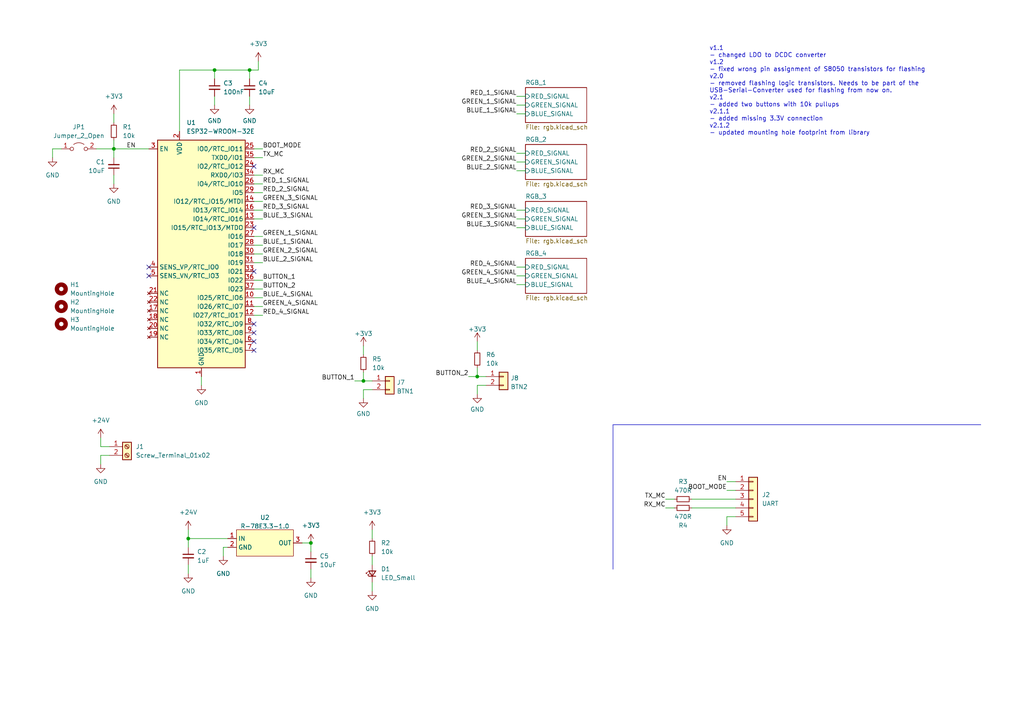
<source format=kicad_sch>
(kicad_sch (version 20230121) (generator eeschema)
  (paper "A4")
  (lib_symbols
    (symbol "Connector:Screw_Terminal_01x02" (pin_names (offset 1.016) hide)
      (property "Reference" "J" (at 0 2.54 0))
      (property "Value" "Screw_Terminal_01x02" (at 0 -5.08 0))
      (symbol "Screw_Terminal_01x02_1_1"
        (rectangle (start -1.27 1.27) (end 1.27 -3.81) (stroke (width 0.254)) (fill (type background)))
        (circle (center 0 -2.54) (radius 0.635) (stroke (width 0.1524)))
        (polyline (pts (xy -0.5334 -2.2098) (xy 0.3302 -3.048)) (stroke (width 0.1524)))
        (polyline (pts (xy -0.5334 0.3302) (xy 0.3302 -0.508)) (stroke (width 0.1524)))
        (polyline (pts (xy -0.3556 -2.032) (xy 0.508 -2.8702)) (stroke (width 0.1524)))
        (polyline (pts (xy -0.3556 0.508) (xy 0.508 -0.3302)) (stroke (width 0.1524)))
        (circle (center 0 0) (radius 0.635) (stroke (width 0.1524)))
        (pin passive line (at -5.08 0 0) (length 3.81) (name "Pin_1") (number "1"))
        (pin passive line (at -5.08 -2.54 0) (length 3.81) (name "Pin_2") (number "2"))
      )
    )
    (symbol "Connector_Generic:Conn_01x02" (pin_names (offset 1.016) hide)
      (property "Reference" "J" (at 0 2.54 0))
      (property "Value" "Conn_01x02" (at 0 -5.08 0))
      (symbol "Conn_01x02_1_1"
        (rectangle (start -1.27 -2.413) (end 0 -2.667) (stroke (width 0.1524)))
        (rectangle (start -1.27 0.127) (end 0 -0.127) (stroke (width 0.1524)))
        (rectangle (start -1.27 1.27) (end 1.27 -3.81) (stroke (width 0.254)) (fill (type background)))
        (pin passive line (at -5.08 0 0) (length 3.81) (name "Pin_1") (number "1"))
        (pin passive line (at -5.08 -2.54 0) (length 3.81) (name "Pin_2") (number "2"))
      )
    )
    (symbol "Connector_Generic:Conn_01x05" (pin_names (offset 1.016) hide)
      (property "Reference" "J" (at 0 7.62 0))
      (property "Value" "Conn_01x05" (at 0 -7.62 0))
      (symbol "Conn_01x05_1_1"
        (rectangle (start -1.27 -4.953) (end 0 -5.207) (stroke (width 0.1524)))
        (rectangle (start -1.27 -2.413) (end 0 -2.667) (stroke (width 0.1524)))
        (rectangle (start -1.27 0.127) (end 0 -0.127) (stroke (width 0.1524)))
        (rectangle (start -1.27 2.667) (end 0 2.413) (stroke (width 0.1524)))
        (rectangle (start -1.27 5.207) (end 0 4.953) (stroke (width 0.1524)))
        (rectangle (start -1.27 6.35) (end 1.27 -6.35) (stroke (width 0.254)) (fill (type background)))
        (pin passive line (at -5.08 5.08 0) (length 3.81) (name "Pin_1") (number "1"))
        (pin passive line (at -5.08 2.54 0) (length 3.81) (name "Pin_2") (number "2"))
        (pin passive line (at -5.08 0 0) (length 3.81) (name "Pin_3") (number "3"))
        (pin passive line (at -5.08 -2.54 0) (length 3.81) (name "Pin_4") (number "4"))
        (pin passive line (at -5.08 -5.08 0) (length 3.81) (name "Pin_5") (number "5"))
      )
    )
    (symbol "Device:C_Small" (pin_numbers hide) (pin_names (offset 0.254) hide)
      (property "Reference" "C" (at 0.254 1.778 0))
      (property "Value" "C_Small" (at 0.254 -2.032 0))
      (symbol "C_Small_0_1"
        (polyline (pts (xy -1.524 -0.508) (xy 1.524 -0.508)) (stroke (width 0.3302)))
        (polyline (pts (xy -1.524 0.508) (xy 1.524 0.508)) (stroke (width 0.3048)))
      )
      (symbol "C_Small_1_1"
        (pin passive line (at 0 2.54 270) (length 2.032) (name "~") (number "1"))
        (pin passive line (at 0 -2.54 90) (length 2.032) (name "~") (number "2"))
      )
    )
    (symbol "Device:LED_Small" (pin_numbers hide) (pin_names (offset 0.254) hide)
      (property "Reference" "D" (at -1.27 3.175 0))
      (property "Value" "LED_Small" (at -4.445 -2.54 0))
      (symbol "LED_Small_0_1"
        (polyline (pts (xy -0.762 -1.016) (xy -0.762 1.016)) (stroke (width 0.254)))
        (polyline (pts (xy 1.016 0) (xy -0.762 0)))
        (polyline (pts (xy 0.762 -1.016) (xy -0.762 0) (xy 0.762 1.016) (xy 0.762 -1.016)) (stroke (width 0.254)))
        (polyline (pts (xy 0 0.762) (xy -0.508 1.27) (xy -0.254 1.27) (xy -0.508 1.27) (xy -0.508 1.016)))
        (polyline (pts (xy 0.508 1.27) (xy 0 1.778) (xy 0.254 1.778) (xy 0 1.778) (xy 0 1.524)))
      )
      (symbol "LED_Small_1_1"
        (pin passive line (at -2.54 0 0) (length 1.778) (name "K") (number "1"))
        (pin passive line (at 2.54 0 180) (length 1.778) (name "A") (number "2"))
      )
    )
    (symbol "Device:R_Small" (pin_numbers hide) (pin_names (offset 0.254) hide)
      (property "Reference" "R" (at 0.762 0.508 0))
      (property "Value" "R_Small" (at 0.762 -1.016 0))
      (symbol "R_Small_0_1"
        (rectangle (start -0.762 1.778) (end 0.762 -1.778) (stroke (width 0.2032)))
      )
      (symbol "R_Small_1_1"
        (pin passive line (at 0 2.54 270) (length 0.762) (name "~") (number "1"))
        (pin passive line (at 0 -2.54 90) (length 0.762) (name "~") (number "2"))
      )
    )
    (symbol "Jumper:Jumper_2_Open" (pin_names (offset 0) hide)
      (property "Reference" "JP" (at 0 2.794 0))
      (property "Value" "Jumper_2_Open" (at 0 -2.286 0))
      (symbol "Jumper_2_Open_0_0"
        (circle (center -2.032 0) (radius 0.508))
        (circle (center 2.032 0) (radius 0.508))
      )
      (symbol "Jumper_2_Open_0_1"
        (arc (start 1.524 1.27) (mid 0 1.778) (end -1.524 1.27))
      )
      (symbol "Jumper_2_Open_1_1"
        (pin passive line (at -5.08 0 0) (length 2.54) (name "A") (number "1"))
        (pin passive line (at 5.08 0 180) (length 2.54) (name "B") (number "2"))
      )
    )
    (symbol "Mechanical:MountingHole" (pin_names (offset 1.016))
      (property "Reference" "H" (at 0 5.08 0))
      (property "Value" "MountingHole" (at 0 3.175 0))
      (symbol "MountingHole_0_1"
        (circle (center 0 0) (radius 1.27) (stroke (width 1.27)))
      )
    )
    (symbol "custom:ESP32-WROOM-32E"
      (property "Reference" "U" (at -12.7 34.29 0))
      (property "Value" "ESP32-WROOM-32E" (at 1.27 34.29 0))
      (symbol "ESP32-WROOM-32E_0_1"
        (rectangle (start -12.7 33.02) (end 12.7 -33.02) (stroke (width 0.254)) (fill (type background)))
      )
      (symbol "ESP32-WROOM-32E_1_1"
        (pin power_in line (at 0 -35.56 90) (length 2.54) (name "GND") (number "1"))
        (pin bidirectional line (at 15.24 -12.7 180) (length 2.54) (name "IO25/RTC_IO6") (number "10"))
        (pin bidirectional line (at 15.24 -15.24 180) (length 2.54) (name "IO26/RTC_IO7") (number "11"))
        (pin bidirectional line (at 15.24 -17.78 180) (length 2.54) (name "IO27/RTC_IO17") (number "12"))
        (pin bidirectional line (at 15.24 10.16 180) (length 2.54) (name "IO14/RTC_IO16") (number "13"))
        (pin bidirectional line (at 15.24 15.24 180) (length 2.54) (name "IO12/RTC_IO15/MTDI") (number "14"))
        (pin passive line (at 0 -35.56 90) (length 2.54) hide (name "GND") (number "15"))
        (pin bidirectional line (at 15.24 12.7 180) (length 2.54) (name "IO13/RTC_IO14") (number "16"))
        (pin no_connect line (at -15.24 -16.51 0) (length 2.54) (name "NC") (number "17"))
        (pin no_connect line (at -15.24 -19.05 0) (length 2.54) (name "NC") (number "18"))
        (pin no_connect line (at -15.24 -24.13 0) (length 2.54) (name "NC") (number "19"))
        (pin power_in line (at -6.35 35.56 270) (length 2.54) (name "VDD") (number "2"))
        (pin no_connect line (at -15.24 -21.59 0) (length 2.54) (name "NC") (number "20"))
        (pin no_connect line (at -15.24 -11.43 0) (length 2.54) (name "NC") (number "21"))
        (pin no_connect line (at -15.24 -13.97 0) (length 2.54) (name "NC") (number "22"))
        (pin bidirectional line (at 15.24 7.62 180) (length 2.54) (name "IO15/RTC_IO13/MTDO") (number "23"))
        (pin bidirectional line (at 15.24 25.4 180) (length 2.54) (name "IO2/RTC_IO12") (number "24"))
        (pin bidirectional line (at 15.24 30.48 180) (length 2.54) (name "IO0/RTC_IO11") (number "25"))
        (pin bidirectional line (at 15.24 20.32 180) (length 2.54) (name "IO4/RTC_IO10") (number "26"))
        (pin bidirectional line (at 15.24 5.08 180) (length 2.54) (name "IO16") (number "27"))
        (pin bidirectional line (at 15.24 2.54 180) (length 2.54) (name "IO17") (number "28"))
        (pin bidirectional line (at 15.24 17.78 180) (length 2.54) (name "IO5") (number "29"))
        (pin input line (at -15.24 30.48 0) (length 2.54) (name "EN") (number "3"))
        (pin bidirectional line (at 15.24 0 180) (length 2.54) (name "IO18") (number "30"))
        (pin bidirectional line (at 15.24 -2.54 180) (length 2.54) (name "IO19") (number "31"))
        (pin no_connect line (at -12.7 -27.94 0) (length 2.54) hide (name "NC") (number "32"))
        (pin bidirectional line (at 15.24 -5.08 180) (length 2.54) (name "IO21") (number "33"))
        (pin bidirectional line (at 15.24 22.86 180) (length 2.54) (name "RXD0/IO3") (number "34"))
        (pin bidirectional line (at 15.24 27.94 180) (length 2.54) (name "TXD0/IO1") (number "35"))
        (pin bidirectional line (at 15.24 -7.62 180) (length 2.54) (name "IO22") (number "36"))
        (pin bidirectional line (at 15.24 -10.16 180) (length 2.54) (name "IO23") (number "37"))
        (pin passive line (at 0 -35.56 90) (length 2.54) hide (name "GND") (number "38"))
        (pin passive line (at 0 -35.56 90) (length 2.54) hide (name "GND") (number "39"))
        (pin input line (at -15.24 -3.81 0) (length 2.54) (name "SENS_VP/RTC_IO0") (number "4"))
        (pin input line (at -15.24 -6.35 0) (length 2.54) (name "SENS_VN/RTC_IO3") (number "5"))
        (pin input line (at 15.24 -25.4 180) (length 2.54) (name "IO34/RTC_IO4") (number "6"))
        (pin input line (at 15.24 -27.94 180) (length 2.54) (name "IO35/RTC_IO5") (number "7"))
        (pin bidirectional line (at 15.24 -20.32 180) (length 2.54) (name "IO32/RTC_IO9") (number "8"))
        (pin bidirectional line (at 15.24 -22.86 180) (length 2.54) (name "IO33/RTC_IO8") (number "9"))
      )
    )
    (symbol "custom:TPS7B88"
      (property "Reference" "U" (at -7.62 2.54 0))
      (property "Value" "TPS7B88" (at -3.81 -6.35 0))
      (symbol "TPS7B88_0_1"
        (rectangle (start -8.89 2.54) (end 7.62 -5.08) (fill (type background)))
      )
      (symbol "TPS7B88_1_1"
        (pin input line (at -11.43 0 0) (length 2.54) (name "IN") (number "1"))
        (pin input line (at -11.43 -2.54 0) (length 2.54) (name "GND") (number "2"))
        (pin output line (at 10.16 -1.27 180) (length 2.54) (name "OUT") (number "3"))
      )
    )
    (symbol "power:+24V" (power) (pin_names (offset 0))
      (property "Value" "+24V" (at 0 3.556 0))
      (symbol "+24V_0_1"
        (polyline (pts (xy -0.762 1.27) (xy 0 2.54)))
        (polyline (pts (xy 0 0) (xy 0 2.54)))
        (polyline (pts (xy 0 2.54) (xy 0.762 1.27)))
      )
      (symbol "+24V_1_1"
        (pin power_in line (at 0 0 90) (length 0) hide (name "+24V") (number "1"))
      )
    )
    (symbol "power:+3V3" (power) (pin_names (offset 0))
      (property "Value" "+3V3" (at 0 3.556 0))
      (symbol "+3V3_0_1"
        (polyline (pts (xy -0.762 1.27) (xy 0 2.54)))
        (polyline (pts (xy 0 0) (xy 0 2.54)))
        (polyline (pts (xy 0 2.54) (xy 0.762 1.27)))
      )
      (symbol "+3V3_1_1"
        (pin power_in line (at 0 0 90) (length 0) hide (name "+3V3") (number "1"))
      )
    )
    (symbol "power:GND" (power) (pin_names (offset 0))
      (property "Value" "GND" (at 0 -3.81 0))
      (symbol "GND_0_1"
        (polyline (pts (xy 0 0) (xy 0 -1.27) (xy 1.27 -1.27) (xy 0 -2.54) (xy -1.27 -1.27) (xy 0 -1.27)))
      )
      (symbol "GND_1_1"
        (pin power_in line (at 0 0 270) (length 0) hide (name "GND") (number "1"))
      )
    )
  )
  (junction (at 72.39 20.32))
  (junction (at 33.02 43.18))
  (junction (at 62.23 20.32))
  (junction (at 54.61 156.21))
  (junction (at 105.41 110.49))
  (junction (at 90.17 157.48))
  (junction (at 138.43 109.22))
  (no_connect (at 73.66 66.04))
  (no_connect (at 73.66 78.74))
  (no_connect (at 73.66 48.26))
  (no_connect (at 73.66 93.98))
  (no_connect (at 73.66 96.52))
  (no_connect (at 73.66 99.06))
  (no_connect (at 73.66 101.6))
  (no_connect (at 43.18 77.47))
  (no_connect (at 43.18 80.01))
  (wire (pts (xy 105.41 113.03) (xy 105.41 115.57)))
  (wire (pts (xy 200.66 144.78) (xy 213.36 144.78)))
  (wire (pts (xy 73.66 71.12) (xy 76.2 71.12)))
  (wire (pts (xy 29.21 132.08) (xy 31.75 132.08)))
  (wire (pts (xy 33.02 43.18) (xy 33.02 45.72)))
  (wire (pts (xy 105.41 107.95) (xy 105.41 110.49)))
  (wire (pts (xy 33.02 50.8) (xy 33.02 53.34)))
  (wire (pts (xy 135.89 109.22) (xy 138.43 109.22)))
  (wire (pts (xy 29.21 134.62) (xy 29.21 132.08)))
  (wire (pts (xy 54.61 163.83) (xy 54.61 166.37)))
  (wire (pts (xy 43.18 43.18) (xy 33.02 43.18)))
  (wire (pts (xy 149.86 27.94) (xy 152.4 27.94)))
  (wire (pts (xy 149.86 46.99) (xy 152.4 46.99)))
  (wire (pts (xy 138.43 109.22) (xy 140.97 109.22)))
  (wire (pts (xy 29.21 129.54) (xy 31.75 129.54)))
  (wire (pts (xy 107.95 113.03) (xy 105.41 113.03)))
  (wire (pts (xy 73.66 60.96) (xy 76.2 60.96)))
  (wire (pts (xy 29.21 127) (xy 29.21 129.54)))
  (wire (pts (xy 210.82 142.24) (xy 213.36 142.24)))
  (wire (pts (xy 52.07 38.1) (xy 52.07 20.32)))
  (wire (pts (xy 58.42 109.22) (xy 58.42 111.76)))
  (wire (pts (xy 62.23 27.94) (xy 62.23 30.48)))
  (wire (pts (xy 107.95 161.29) (xy 107.95 163.83)))
  (wire (pts (xy 33.02 33.02) (xy 33.02 35.56)))
  (wire (pts (xy 72.39 27.94) (xy 72.39 30.48)))
  (wire (pts (xy 64.77 158.75) (xy 64.77 161.29)))
  (wire (pts (xy 73.66 63.5) (xy 76.2 63.5)))
  (wire (pts (xy 54.61 153.67) (xy 54.61 156.21)))
  (wire (pts (xy 193.04 147.32) (xy 195.58 147.32)))
  (wire (pts (xy 193.04 144.78) (xy 195.58 144.78)))
  (wire (pts (xy 73.66 53.34) (xy 76.2 53.34)))
  (wire (pts (xy 149.86 66.04) (xy 152.4 66.04)))
  (wire (pts (xy 73.66 88.9) (xy 76.2 88.9)))
  (wire (pts (xy 33.02 43.18) (xy 33.02 40.64)))
  (wire (pts (xy 73.66 68.58) (xy 76.2 68.58)))
  (wire (pts (xy 73.66 55.88) (xy 76.2 55.88)))
  (wire (pts (xy 105.41 100.33) (xy 105.41 102.87)))
  (polyline (pts (xy 177.8 123.19) (xy 284.48 123.19)))
  (wire (pts (xy 140.97 111.76) (xy 138.43 111.76)))
  (wire (pts (xy 90.17 165.1) (xy 90.17 167.64)))
  (wire (pts (xy 73.66 45.72) (xy 76.2 45.72)))
  (wire (pts (xy 105.41 110.49) (xy 107.95 110.49)))
  (wire (pts (xy 149.86 30.48) (xy 152.4 30.48)))
  (wire (pts (xy 73.66 43.18) (xy 76.2 43.18)))
  (wire (pts (xy 210.82 152.4) (xy 210.82 149.86)))
  (wire (pts (xy 138.43 111.76) (xy 138.43 114.3)))
  (wire (pts (xy 62.23 22.86) (xy 62.23 20.32)))
  (wire (pts (xy 17.78 43.18) (xy 15.24 43.18)))
  (wire (pts (xy 73.66 76.2) (xy 76.2 76.2)))
  (wire (pts (xy 149.86 49.53) (xy 152.4 49.53)))
  (wire (pts (xy 66.04 158.75) (xy 64.77 158.75)))
  (wire (pts (xy 138.43 99.06) (xy 138.43 101.6)))
  (wire (pts (xy 73.66 81.28) (xy 76.2 81.28)))
  (wire (pts (xy 149.86 77.47) (xy 152.4 77.47)))
  (wire (pts (xy 210.82 139.7) (xy 213.36 139.7)))
  (wire (pts (xy 73.66 83.82) (xy 76.2 83.82)))
  (wire (pts (xy 200.66 147.32) (xy 213.36 147.32)))
  (wire (pts (xy 74.93 17.78) (xy 74.93 20.32)))
  (wire (pts (xy 90.17 157.48) (xy 90.17 160.02)))
  (wire (pts (xy 149.86 44.45) (xy 152.4 44.45)))
  (wire (pts (xy 149.86 33.02) (xy 152.4 33.02)))
  (wire (pts (xy 138.43 106.68) (xy 138.43 109.22)))
  (wire (pts (xy 73.66 86.36) (xy 76.2 86.36)))
  (wire (pts (xy 73.66 58.42) (xy 76.2 58.42)))
  (wire (pts (xy 72.39 22.86) (xy 72.39 20.32)))
  (wire (pts (xy 27.94 43.18) (xy 33.02 43.18)))
  (wire (pts (xy 66.04 156.21) (xy 54.61 156.21)))
  (wire (pts (xy 107.95 153.67) (xy 107.95 156.21)))
  (wire (pts (xy 149.86 80.01) (xy 152.4 80.01)))
  (wire (pts (xy 149.86 60.96) (xy 152.4 60.96)))
  (wire (pts (xy 72.39 20.32) (xy 74.93 20.32)))
  (wire (pts (xy 73.66 73.66) (xy 76.2 73.66)))
  (wire (pts (xy 102.87 110.49) (xy 105.41 110.49)))
  (wire (pts (xy 210.82 149.86) (xy 213.36 149.86)))
  (wire (pts (xy 87.63 157.48) (xy 90.17 157.48)))
  (wire (pts (xy 54.61 156.21) (xy 54.61 158.75)))
  (polyline (pts (xy 177.8 165.1) (xy 177.8 123.19)))
  (wire (pts (xy 62.23 20.32) (xy 72.39 20.32)))
  (wire (pts (xy 73.66 91.44) (xy 76.2 91.44)))
  (wire (pts (xy 73.66 50.8) (xy 76.2 50.8)))
  (wire (pts (xy 15.24 43.18) (xy 15.24 45.72)))
  (wire (pts (xy 52.07 20.32) (xy 62.23 20.32)))
  (wire (pts (xy 107.95 168.91) (xy 107.95 171.45)))
  (wire (pts (xy 149.86 82.55) (xy 152.4 82.55)))
  (wire (pts (xy 149.86 63.5) (xy 152.4 63.5)))
  (text "v1.1\n- changed LDO to DCDC converter\nv1.2\n- fixed wrong pin assignment of S8050 transistors for flashing\nv2.0\n- removed flashing logic transistors. Needs to be part of the\nUSB-Serial-Converter used for flashing from now on.\nv2.1\n- added two buttons with 10k pullups\nv2.1.1\n- added missing 3.3V connection\nv2.1.2\n- updated mounting hole footprint from library" (at 205.74 39.37 0) (effects (font (size 1.27 1.27)) (justify left bottom)))
  (label "GREEN_1_SIGNAL" (at 149.86 30.48 180))
  (label "BUTTON_1" (at 76.2 81.28 0))
  (label "GREEN_4_SIGNAL" (at 149.86 80.01 180))
  (label "RED_2_SIGNAL" (at 149.86 44.45 180))
  (label "BOOT_MODE" (at 76.2 43.18 0))
  (label "RED_3_SIGNAL" (at 149.86 60.96 180))
  (label "GREEN_3_SIGNAL" (at 149.86 63.5 180))
  (label "RED_1_SIGNAL" (at 149.86 27.94 180))
  (label "GREEN_4_SIGNAL" (at 76.2 88.9 0))
  (label "GREEN_2_SIGNAL" (at 149.86 46.99 180))
  (label "BOOT_MODE" (at 210.82 142.24 180))
  (label "BUTTON_2" (at 76.2 83.82 0))
  (label "BLUE_1_SIGNAL" (at 149.86 33.02 180))
  (label "TX_MC" (at 76.2 45.72 0))
  (label "RED_4_SIGNAL" (at 149.86 77.47 180))
  (label "BLUE_1_SIGNAL" (at 76.2 71.12 0))
  (label "BLUE_3_SIGNAL" (at 76.2 63.5 0))
  (label "RX_MC" (at 76.2 50.8 0))
  (label "RED_3_SIGNAL" (at 76.2 60.96 0))
  (label "GREEN_3_SIGNAL" (at 76.2 58.42 0))
  (label "BLUE_3_SIGNAL" (at 149.86 66.04 180))
  (label "BLUE_4_SIGNAL" (at 76.2 86.36 0))
  (label "RED_2_SIGNAL" (at 76.2 55.88 0))
  (label "TX_MC" (at 193.04 144.78 180))
  (label "BLUE_2_SIGNAL" (at 76.2 76.2 0))
  (label "BUTTON_2" (at 135.89 109.22 180))
  (label "BLUE_2_SIGNAL" (at 149.86 49.53 180))
  (label "GREEN_1_SIGNAL" (at 76.2 68.58 0))
  (label "RED_1_SIGNAL" (at 76.2 53.34 0))
  (label "EN" (at 39.37 43.18 180))
  (label "BLUE_4_SIGNAL" (at 149.86 82.55 180))
  (label "BUTTON_1" (at 102.87 110.49 180))
  (label "GREEN_2_SIGNAL" (at 76.2 73.66 0))
  (label "RED_4_SIGNAL" (at 76.2 91.44 0))
  (label "EN" (at 210.82 139.7 180))
  (label "RX_MC" (at 193.04 147.32 180))
  (symbol (lib_id "Device:R_Small") (at 105.41 105.41 180) (unit 1)
    (property "Reference" "R5" (at 107.95 104.1399 0) (effects (justify right)))
    (property "Value" "10k" (at 107.95 106.6799 0) (effects (justify right)))
    (property "Footprint" "Resistor_SMD:R_0603_1608Metric" (effects hide))
  )
  (symbol (lib_id "Device:R_Small") (at 33.02 38.1 0) (unit 1)
    (property "Reference" "R1" (at 35.56 36.8299 0) (effects (justify left)))
    (property "Value" "10k" (at 35.56 39.3699 0) (effects (justify left)))
    (property "Footprint" "Resistor_SMD:R_0603_1608Metric" (effects hide))
  )
  (symbol (lib_id "power:GND") (at 107.95 171.45 0) (unit 1)
    (property "Reference" "#PWR0116" (effects hide))
    (property "Value" "GND" (at 107.95 176.53 0))
  )
  (symbol (lib_id "power:+3V3") (at 74.93 17.78 0) (unit 1)
    (property "Reference" "#PWR0107" (effects hide))
    (property "Value" "+3V3" (at 74.93 12.7 0))
  )
  (symbol (lib_id "Device:R_Small") (at 107.95 158.75 180) (unit 1)
    (property "Reference" "R2" (at 110.49 157.4799 0) (effects (justify right)))
    (property "Value" "10k" (at 110.49 160.0199 0) (effects (justify right)))
    (property "Footprint" "Resistor_SMD:R_0603_1608Metric" (effects hide))
  )
  (symbol (lib_id "Device:C_Small") (at 54.61 161.29 0) (unit 1)
    (property "Reference" "C2" (at 57.15 160.0262 0) (effects (justify left)))
    (property "Value" "1uF" (at 57.15 162.5662 0) (effects (justify left)))
    (property "Footprint" "Capacitor_SMD:C_0805_2012Metric" (effects hide))
    (property "MPN" "UMF212B7105KGHT" (effects hide))
  )
  (symbol (lib_id "power:GND") (at 90.17 167.64 0) (unit 1)
    (property "Reference" "#PWR0114" (effects hide))
    (property "Value" "GND" (at 90.17 172.72 0))
  )
  (symbol (lib_id "power:GND") (at 105.41 115.57 0) (unit 1)
    (property "Reference" "#PWR02" (effects hide))
    (property "Value" "GND" (at 105.41 120.0134 0))
  )
  (symbol (lib_id "Device:C_Small") (at 33.02 48.26 0) (mirror x) (unit 1)
    (property "Reference" "C1" (at 30.48 46.9835 0) (effects (justify right)))
    (property "Value" "10uF" (at 30.48 49.5235 0) (effects (justify right)))
    (property "Footprint" "Capacitor_SMD:C_0805_2012Metric" (effects hide))
  )
  (symbol (lib_id "power:+3V3") (at 138.43 99.06 0) (unit 1)
    (property "Reference" "#PWR03" (effects hide))
    (property "Value" "+3V3" (at 138.43 95.4842 0))
  )
  (symbol (lib_id "Mechanical:MountingHole") (at 17.78 88.9 0) (unit 1)
    (property "Reference" "H2" (at 20.32 87.6299 0) (effects (justify left)))
    (property "Value" "MountingHole" (at 20.32 90.1699 0) (effects (justify left)))
    (property "Footprint" "custom:MountingHole_3.2mm_M3_ISO7380" (effects hide))
  )
  (symbol (lib_id "Connector_Generic:Conn_01x05") (at 218.44 144.78 0) (unit 1)
    (property "Reference" "J2" (at 220.98 143.5099 0) (effects (justify left)))
    (property "Value" "UART" (at 220.98 146.0499 0) (effects (justify left)))
    (property "Footprint" "Connector_PinHeader_2.54mm:PinHeader_1x05_P2.54mm_Vertical" (effects hide))
  )
  (symbol (lib_id "custom:TPS7B88") (at 77.47 156.21 0) (unit 1)
    (property "Reference" "U2" (at 76.835 150.0972 0))
    (property "Value" "R-78E3.3-1.0" (at 76.835 152.6341 0))
    (property "Footprint" "Package_SIP:SIP3_11.6x8.5mm" (effects hide))
    (property "MPN" "TPS7B8833QKVURQ1" (effects hide))
  )
  (symbol (lib_id "Connector_Generic:Conn_01x02") (at 113.03 110.49 0) (unit 1)
    (property "Reference" "J7" (at 115.062 110.9253 0) (effects (justify left)))
    (property "Value" "BTN1" (at 115.062 113.4622 0) (effects (justify left)))
    (property "Footprint" "Connector_PinSocket_2.54mm:PinSocket_1x02_P2.54mm_Vertical" (effects hide))
  )
  (symbol (lib_id "power:+3V3") (at 105.41 100.33 0) (unit 1)
    (property "Reference" "#PWR01" (effects hide))
    (property "Value" "+3V3" (at 105.41 96.7542 0))
  )
  (symbol (lib_id "power:+24V") (at 54.61 153.67 0) (unit 1)
    (property "Reference" "#PWR0108" (effects hide))
    (property "Value" "+24V" (at 54.61 148.59 0))
  )
  (symbol (lib_id "power:GND") (at 29.21 134.62 0) (unit 1)
    (property "Reference" "#PWR0110" (effects hide))
    (property "Value" "GND" (at 29.21 139.7 0))
  )
  (symbol (lib_id "power:GND") (at 64.77 161.29 0) (unit 1)
    (property "Reference" "#PWR0111" (effects hide))
    (property "Value" "GND" (at 64.77 166.37 0))
  )
  (symbol (lib_id "Jumper:Jumper_2_Open") (at 22.86 43.18 0) (unit 1)
    (property "Reference" "JP1" (at 22.86 36.83 0))
    (property "Value" "Jumper_2_Open" (at 22.86 39.37 0))
    (property "Footprint" "Connector_PinHeader_2.54mm:PinHeader_1x02_P2.54mm_Vertical" (effects hide))
  )
  (symbol (lib_id "Connector_Generic:Conn_01x02") (at 146.05 109.22 0) (unit 1)
    (property "Reference" "J8" (at 148.082 109.6553 0) (effects (justify left)))
    (property "Value" "BTN2" (at 148.082 112.1922 0) (effects (justify left)))
    (property "Footprint" "Connector_PinSocket_2.54mm:PinSocket_1x02_P2.54mm_Vertical" (effects hide))
  )
  (symbol (lib_id "power:GND") (at 62.23 30.48 0) (unit 1)
    (property "Reference" "#PWR0104" (effects hide))
    (property "Value" "GND" (at 62.23 35.0425 0))
  )
  (symbol (lib_id "Device:C_Small") (at 72.39 25.4 0) (mirror y) (unit 1)
    (property "Reference" "C4" (at 74.93 24.1362 0) (effects (justify right)))
    (property "Value" "10uF" (at 74.93 26.6762 0) (effects (justify right)))
    (property "Footprint" "Capacitor_SMD:C_0805_2012Metric" (effects hide))
  )
  (symbol (lib_id "power:GND") (at 138.43 114.3 0) (unit 1)
    (property "Reference" "#PWR04" (effects hide))
    (property "Value" "GND" (at 138.43 118.7434 0))
  )
  (symbol (lib_id "Connector:Screw_Terminal_01x02") (at 36.83 129.54 0) (unit 1)
    (property "Reference" "J1" (at 39.37 129.5399 0) (effects (justify left)))
    (property "Value" "Screw_Terminal_01x02" (at 39.37 132.0799 0) (effects (justify left)))
    (property "Footprint" "TerminalBlock_Phoenix:TerminalBlock_Phoenix_MKDS-1,5-2_1x02_P5.00mm_Horizontal" (effects hide))
    (property "MPN" "1935161" (effects hide))
  )
  (symbol (lib_id "Device:R_Small") (at 138.43 104.14 180) (unit 1)
    (property "Reference" "R6" (at 140.97 102.8699 0) (effects (justify right)))
    (property "Value" "10k" (at 140.97 105.4099 0) (effects (justify right)))
    (property "Footprint" "Resistor_SMD:R_0603_1608Metric" (effects hide))
  )
  (symbol (lib_id "power:GND") (at 33.02 53.34 0) (unit 1)
    (property "Reference" "#PWR0103" (effects hide))
    (property "Value" "GND" (at 33.02 58.42 0))
  )
  (symbol (lib_id "power:GND") (at 54.61 166.37 0) (unit 1)
    (property "Reference" "#PWR0109" (effects hide))
    (property "Value" "GND" (at 54.61 171.45 0))
  )
  (symbol (lib_id "Mechanical:MountingHole") (at 17.78 83.82 0) (unit 1)
    (property "Reference" "H1" (at 20.32 82.5499 0) (effects (justify left)))
    (property "Value" "MountingHole" (at 20.32 85.0899 0) (effects (justify left)))
    (property "Footprint" "custom:MountingHole_3.2mm_M3_ISO7380" (effects hide))
  )
  (symbol (lib_id "power:GND") (at 58.42 111.76 0) (unit 1)
    (property "Reference" "#PWR0112" (effects hide))
    (property "Value" "GND" (at 58.42 116.84 0))
  )
  (symbol (lib_id "power:+3V3") (at 107.95 153.67 0) (unit 1)
    (property "Reference" "#PWR0117" (effects hide))
    (property "Value" "+3V3" (at 107.95 148.59 0))
  )
  (symbol (lib_id "Device:C_Small") (at 90.17 162.56 0) (mirror y) (unit 1)
    (property "Reference" "C5" (at 92.71 161.2962 0) (effects (justify right)))
    (property "Value" "10uF" (at 92.71 163.8362 0) (effects (justify right)))
    (property "Footprint" "Capacitor_SMD:C_0805_2012Metric" (effects hide))
  )
  (symbol (lib_id "power:GND") (at 210.82 152.4 0) (unit 1)
    (property "Reference" "#PWR0106" (effects hide))
    (property "Value" "GND" (at 210.82 157.48 0))
  )
  (symbol (lib_id "Device:LED_Small") (at 107.95 166.37 90) (unit 1)
    (property "Reference" "D1" (at 110.49 165.0364 90) (effects (justify right)))
    (property "Value" "LED_Small" (at 110.49 167.5764 90) (effects (justify right)))
    (property "Footprint" "LED_SMD:LED_0603_1608Metric" (effects hide))
  )
  (symbol (lib_id "power:+24V") (at 29.21 127 0) (unit 1)
    (property "Reference" "#PWR0113" (effects hide))
    (property "Value" "+24V" (at 29.21 121.92 0))
  )
  (symbol (lib_id "Mechanical:MountingHole") (at 17.78 93.98 0) (unit 1)
    (property "Reference" "H3" (at 20.32 92.7099 0) (effects (justify left)))
    (property "Value" "MountingHole" (at 20.32 95.2499 0) (effects (justify left)))
    (property "Footprint" "custom:MountingHole_3.2mm_M3_ISO7380" (effects hide))
  )
  (symbol (lib_id "custom:ESP32-WROOM-32E") (at 58.42 73.66 0) (unit 1)
    (property "Reference" "U1" (at 54.0894 35.56 0) (effects (justify left)))
    (property "Value" "ESP32-WROOM-32E" (at 54.0894 38.1 0) (effects (justify left)))
    (property "Footprint" "Espressif:ESP32-WROOM-32E" (effects hide))
    (property "Datasheet" "https://www.espressif.com/sites/default/files/documentation/esp32-wroom-32_datasheet_en.pdf" (effects hide))
  )
  (symbol (lib_id "power:+3V3") (at 33.02 33.02 0) (unit 1)
    (property "Reference" "#PWR0101" (effects hide))
    (property "Value" "+3V3" (at 33.02 27.94 0))
  )
  (symbol (lib_id "Device:C_Small") (at 62.23 25.4 0) (mirror y) (unit 1)
    (property "Reference" "C3" (at 64.77 24.1362 0) (effects (justify right)))
    (property "Value" "100nF" (at 64.77 26.6762 0) (effects (justify right)))
    (property "Footprint" "Capacitor_SMD:C_0603_1608Metric" (effects hide))
  )
  (symbol (lib_id "power:GND") (at 72.39 30.48 0) (unit 1)
    (property "Reference" "#PWR0105" (effects hide))
    (property "Value" "GND" (at 72.39 35.0425 0))
  )
  (symbol (lib_id "power:+3V3") (at 90.17 157.48 0) (unit 1)
    (property "Reference" "#PWR0115" (effects hide))
    (property "Value" "+3V3" (at 90.17 152.4 0))
  )
  (symbol (lib_id "power:GND") (at 15.24 45.72 0) (unit 1)
    (property "Reference" "#PWR0102" (effects hide))
    (property "Value" "GND" (at 15.24 50.8 0))
  )
  (symbol (lib_id "Device:R_Small") (at 198.12 144.78 90) (unit 1)
    (property "Reference" "R3" (at 198.12 139.7 90))
    (property "Value" "470R" (at 198.12 142.24 90))
    (property "Footprint" "Resistor_SMD:R_0603_1608Metric" (effects hide))
  )
  (symbol (lib_id "Device:R_Small") (at 198.12 147.32 90) (mirror x) (unit 1)
    (property "Reference" "R4" (at 198.12 152.4 90))
    (property "Value" "470R" (at 198.12 149.86 90))
    (property "Footprint" "Resistor_SMD:R_0603_1608Metric" (effects hide))
  )
  (sheet (at 152.4 25.4) (size 17.78 10.16) (stroke (width 0.1524))
    (property "Sheetname" "RGB_1" (at 152.4 24.6884 0) (effects (justify left bottom)))
    (property "Sheetfile" "rgb.kicad_sch" (at 152.4 36.1446 0) (effects (justify left top)))
    (pin "RED_SIGNAL" input (at 152.4 27.94 180))
    (pin "GREEN_SIGNAL" input (at 152.4 30.48 180))
    (pin "BLUE_SIGNAL" input (at 152.4 33.02 180))
  )
  (sheet (at 152.4 74.93) (size 17.78 10.16) (stroke (width 0.1524))
    (property "Sheetname" "RGB_4" (at 152.4 74.2184 0) (effects (justify left bottom)))
    (property "Sheetfile" "rgb.kicad_sch" (at 152.4 85.6746 0) (effects (justify left top)))
    (pin "RED_SIGNAL" input (at 152.4 77.47 180))
    (pin "GREEN_SIGNAL" input (at 152.4 80.01 180))
    (pin "BLUE_SIGNAL" input (at 152.4 82.55 180))
  )
  (sheet (at 152.4 58.42) (size 17.78 10.16) (stroke (width 0.1524))
    (property "Sheetname" "RGB_3" (at 152.4 57.7084 0) (effects (justify left bottom)))
    (property "Sheetfile" "rgb.kicad_sch" (at 152.4 69.1646 0) (effects (justify left top)))
    (pin "RED_SIGNAL" input (at 152.4 60.96 180))
    (pin "GREEN_SIGNAL" input (at 152.4 63.5 180))
    (pin "BLUE_SIGNAL" input (at 152.4 66.04 180))
  )
  (sheet (at 152.4 41.91) (size 17.78 10.16) (stroke (width 0.1524))
    (property "Sheetname" "RGB_2" (at 152.4 41.1984 0) (effects (justify left bottom)))
    (property "Sheetfile" "rgb.kicad_sch" (at 152.4 52.6546 0) (effects (justify left top)))
    (pin "RED_SIGNAL" input (at 152.4 44.45 180))
    (pin "GREEN_SIGNAL" input (at 152.4 46.99 180))
    (pin "BLUE_SIGNAL" input (at 152.4 49.53 180))
  )
)
</source>
